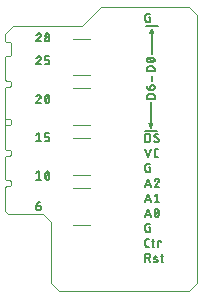
<source format=gto>
G04 EAGLE Gerber X2 export*
G75*
%MOMM*%
%FSLAX34Y34*%
%LPD*%
%AMOC8*
5,1,8,0,0,1.08239X$1,22.5*%
G01*
%ADD10C,0.000000*%
%ADD11C,0.127000*%
%ADD12C,0.150000*%
%ADD13C,0.101600*%


D10*
X0Y-36000D02*
X3000Y-39000D01*
X32500Y-39000D01*
X39000Y-45500D01*
X39000Y-97500D01*
X45500Y-104000D01*
X156000Y-104000D01*
X162500Y-97500D01*
X162500Y130000D01*
X156000Y136500D01*
X81500Y136500D01*
X65500Y120500D01*
X7000Y120500D01*
X0Y113500D01*
X0Y107500D01*
X0Y94000D02*
X0Y75000D01*
X1000Y74000D01*
X4000Y74000D01*
X5000Y73000D01*
X5000Y70000D02*
X4000Y69000D01*
X1000Y69000D01*
X0Y68000D01*
X5000Y70000D02*
X5000Y73000D01*
X0Y68000D02*
X0Y42500D01*
X1000Y41500D01*
X4000Y41500D01*
X5000Y40500D01*
X5000Y37500D02*
X4000Y36500D01*
X1000Y36500D01*
X0Y35500D01*
X5000Y37500D02*
X5000Y40500D01*
X0Y42000D02*
X0Y35500D01*
X0Y16500D02*
X1000Y15500D01*
X4000Y15500D01*
X5000Y14500D01*
X5000Y11500D02*
X4000Y10500D01*
X1000Y10500D01*
X0Y9500D01*
X5000Y11500D02*
X5000Y14500D01*
X0Y-16500D02*
X0Y-36000D01*
X0Y-9500D02*
X0Y9500D01*
X0Y16500D02*
X0Y35500D01*
X0Y-9500D02*
X1000Y-10500D01*
X4000Y-10500D02*
X5000Y-11500D01*
X4000Y-10500D02*
X1000Y-10500D01*
X5000Y-11500D02*
X5000Y-14500D01*
X4000Y-15500D01*
X1000Y-15500D01*
X0Y-16500D01*
X1000Y106500D02*
X0Y107500D01*
X1000Y106500D02*
X4000Y106500D01*
X5000Y105500D01*
X5000Y96000D01*
X4000Y95000D01*
X1000Y95000D01*
X0Y94000D01*
D11*
X121782Y127635D02*
X122925Y127635D01*
X122925Y123825D01*
X120639Y123825D01*
X120562Y123827D01*
X120485Y123833D01*
X120408Y123843D01*
X120332Y123856D01*
X120257Y123874D01*
X120183Y123895D01*
X120110Y123920D01*
X120038Y123949D01*
X119968Y123981D01*
X119899Y124016D01*
X119833Y124056D01*
X119768Y124098D01*
X119706Y124144D01*
X119646Y124193D01*
X119589Y124244D01*
X119534Y124299D01*
X119483Y124356D01*
X119434Y124416D01*
X119388Y124478D01*
X119346Y124543D01*
X119306Y124609D01*
X119271Y124678D01*
X119239Y124748D01*
X119210Y124820D01*
X119185Y124893D01*
X119164Y124967D01*
X119146Y125042D01*
X119133Y125118D01*
X119123Y125195D01*
X119117Y125272D01*
X119115Y125349D01*
X119115Y129159D01*
X119117Y129236D01*
X119123Y129313D01*
X119133Y129390D01*
X119146Y129466D01*
X119164Y129541D01*
X119185Y129615D01*
X119210Y129688D01*
X119239Y129760D01*
X119271Y129830D01*
X119306Y129899D01*
X119346Y129965D01*
X119388Y130030D01*
X119434Y130092D01*
X119483Y130152D01*
X119534Y130209D01*
X119589Y130264D01*
X119646Y130315D01*
X119706Y130364D01*
X119768Y130410D01*
X119833Y130452D01*
X119899Y130492D01*
X119968Y130527D01*
X120038Y130559D01*
X120110Y130588D01*
X120183Y130613D01*
X120257Y130634D01*
X120332Y130652D01*
X120408Y130665D01*
X120485Y130675D01*
X120562Y130681D01*
X120639Y130683D01*
X122925Y130683D01*
X122925Y635D02*
X121782Y635D01*
X122925Y635D02*
X122925Y-3175D01*
X120639Y-3175D01*
X120562Y-3173D01*
X120485Y-3167D01*
X120408Y-3157D01*
X120332Y-3144D01*
X120257Y-3126D01*
X120183Y-3105D01*
X120110Y-3080D01*
X120038Y-3051D01*
X119968Y-3019D01*
X119899Y-2984D01*
X119833Y-2944D01*
X119768Y-2902D01*
X119706Y-2856D01*
X119646Y-2807D01*
X119589Y-2756D01*
X119534Y-2701D01*
X119483Y-2644D01*
X119434Y-2584D01*
X119388Y-2522D01*
X119346Y-2457D01*
X119306Y-2391D01*
X119271Y-2322D01*
X119239Y-2252D01*
X119210Y-2180D01*
X119185Y-2107D01*
X119164Y-2033D01*
X119146Y-1958D01*
X119133Y-1882D01*
X119123Y-1805D01*
X119117Y-1728D01*
X119115Y-1651D01*
X119115Y2159D01*
X119117Y2236D01*
X119123Y2313D01*
X119133Y2390D01*
X119146Y2466D01*
X119164Y2541D01*
X119185Y2615D01*
X119210Y2688D01*
X119239Y2760D01*
X119271Y2830D01*
X119306Y2899D01*
X119346Y2965D01*
X119388Y3030D01*
X119434Y3092D01*
X119483Y3152D01*
X119534Y3209D01*
X119589Y3264D01*
X119646Y3315D01*
X119706Y3364D01*
X119768Y3410D01*
X119833Y3452D01*
X119899Y3492D01*
X119968Y3527D01*
X120038Y3559D01*
X120110Y3588D01*
X120183Y3613D01*
X120257Y3634D01*
X120332Y3652D01*
X120408Y3665D01*
X120485Y3675D01*
X120562Y3681D01*
X120639Y3683D01*
X122925Y3683D01*
X122925Y-50165D02*
X121782Y-50165D01*
X122925Y-50165D02*
X122925Y-53975D01*
X120639Y-53975D01*
X120562Y-53973D01*
X120485Y-53967D01*
X120408Y-53957D01*
X120332Y-53944D01*
X120257Y-53926D01*
X120183Y-53905D01*
X120110Y-53880D01*
X120038Y-53851D01*
X119968Y-53819D01*
X119899Y-53784D01*
X119833Y-53744D01*
X119768Y-53702D01*
X119706Y-53656D01*
X119646Y-53607D01*
X119589Y-53556D01*
X119534Y-53501D01*
X119483Y-53444D01*
X119434Y-53384D01*
X119388Y-53322D01*
X119346Y-53257D01*
X119306Y-53191D01*
X119271Y-53122D01*
X119239Y-53052D01*
X119210Y-52980D01*
X119185Y-52907D01*
X119164Y-52833D01*
X119146Y-52758D01*
X119133Y-52682D01*
X119123Y-52605D01*
X119117Y-52528D01*
X119115Y-52451D01*
X119115Y-48641D01*
X119117Y-48564D01*
X119123Y-48487D01*
X119133Y-48410D01*
X119146Y-48334D01*
X119164Y-48259D01*
X119185Y-48185D01*
X119210Y-48112D01*
X119239Y-48040D01*
X119271Y-47970D01*
X119306Y-47901D01*
X119346Y-47835D01*
X119388Y-47770D01*
X119434Y-47708D01*
X119483Y-47648D01*
X119534Y-47591D01*
X119589Y-47536D01*
X119646Y-47485D01*
X119706Y-47436D01*
X119768Y-47390D01*
X119833Y-47348D01*
X119899Y-47308D01*
X119968Y-47273D01*
X120038Y-47241D01*
X120110Y-47212D01*
X120183Y-47187D01*
X120257Y-47166D01*
X120332Y-47148D01*
X120408Y-47135D01*
X120485Y-47125D01*
X120562Y-47119D01*
X120639Y-47117D01*
X122925Y-47117D01*
X120131Y58811D02*
X126989Y58811D01*
X120131Y58811D02*
X120131Y60716D01*
X120133Y60801D01*
X120139Y60887D01*
X120148Y60972D01*
X120162Y61056D01*
X120179Y61140D01*
X120200Y61223D01*
X120224Y61305D01*
X120252Y61385D01*
X120284Y61465D01*
X120320Y61543D01*
X120358Y61619D01*
X120401Y61693D01*
X120446Y61765D01*
X120495Y61836D01*
X120547Y61904D01*
X120601Y61969D01*
X120659Y62032D01*
X120720Y62093D01*
X120783Y62151D01*
X120848Y62205D01*
X120916Y62257D01*
X120987Y62306D01*
X121059Y62351D01*
X121133Y62394D01*
X121209Y62432D01*
X121287Y62468D01*
X121367Y62500D01*
X121447Y62528D01*
X121529Y62552D01*
X121612Y62573D01*
X121696Y62590D01*
X121780Y62604D01*
X121865Y62613D01*
X121951Y62619D01*
X122036Y62621D01*
X125084Y62621D01*
X125169Y62619D01*
X125255Y62613D01*
X125340Y62604D01*
X125424Y62590D01*
X125508Y62573D01*
X125591Y62552D01*
X125673Y62528D01*
X125753Y62500D01*
X125833Y62468D01*
X125911Y62432D01*
X125987Y62394D01*
X126061Y62351D01*
X126133Y62306D01*
X126204Y62257D01*
X126272Y62205D01*
X126337Y62151D01*
X126400Y62093D01*
X126461Y62032D01*
X126519Y61969D01*
X126573Y61904D01*
X126625Y61836D01*
X126674Y61765D01*
X126719Y61693D01*
X126762Y61619D01*
X126800Y61543D01*
X126836Y61465D01*
X126868Y61385D01*
X126896Y61305D01*
X126920Y61223D01*
X126941Y61140D01*
X126958Y61056D01*
X126972Y60972D01*
X126981Y60887D01*
X126987Y60801D01*
X126989Y60716D01*
X126989Y58811D01*
X123179Y66370D02*
X123179Y68656D01*
X123181Y68733D01*
X123187Y68810D01*
X123197Y68887D01*
X123210Y68963D01*
X123228Y69038D01*
X123249Y69112D01*
X123274Y69185D01*
X123303Y69257D01*
X123335Y69327D01*
X123370Y69396D01*
X123410Y69462D01*
X123452Y69527D01*
X123498Y69589D01*
X123547Y69649D01*
X123598Y69706D01*
X123653Y69761D01*
X123710Y69812D01*
X123770Y69861D01*
X123832Y69907D01*
X123897Y69949D01*
X123963Y69989D01*
X124032Y70024D01*
X124102Y70056D01*
X124174Y70085D01*
X124247Y70110D01*
X124321Y70131D01*
X124396Y70149D01*
X124472Y70162D01*
X124549Y70172D01*
X124626Y70178D01*
X124703Y70180D01*
X125084Y70180D01*
X125169Y70178D01*
X125255Y70172D01*
X125340Y70163D01*
X125424Y70149D01*
X125508Y70132D01*
X125591Y70111D01*
X125673Y70087D01*
X125753Y70059D01*
X125833Y70027D01*
X125911Y69991D01*
X125987Y69953D01*
X126061Y69910D01*
X126133Y69865D01*
X126204Y69816D01*
X126272Y69764D01*
X126337Y69710D01*
X126400Y69652D01*
X126461Y69591D01*
X126519Y69528D01*
X126573Y69463D01*
X126625Y69395D01*
X126674Y69324D01*
X126719Y69252D01*
X126762Y69178D01*
X126800Y69102D01*
X126836Y69024D01*
X126868Y68944D01*
X126896Y68864D01*
X126920Y68782D01*
X126941Y68699D01*
X126958Y68615D01*
X126972Y68531D01*
X126981Y68446D01*
X126987Y68360D01*
X126989Y68275D01*
X126987Y68190D01*
X126981Y68104D01*
X126972Y68019D01*
X126958Y67935D01*
X126941Y67851D01*
X126920Y67768D01*
X126896Y67686D01*
X126868Y67606D01*
X126836Y67526D01*
X126800Y67448D01*
X126762Y67372D01*
X126719Y67298D01*
X126674Y67226D01*
X126625Y67155D01*
X126573Y67087D01*
X126519Y67022D01*
X126461Y66959D01*
X126400Y66898D01*
X126337Y66840D01*
X126272Y66786D01*
X126204Y66734D01*
X126133Y66685D01*
X126061Y66640D01*
X125987Y66597D01*
X125911Y66559D01*
X125833Y66523D01*
X125753Y66491D01*
X125673Y66463D01*
X125591Y66439D01*
X125508Y66418D01*
X125424Y66401D01*
X125340Y66387D01*
X125255Y66378D01*
X125169Y66372D01*
X125084Y66370D01*
X123179Y66370D01*
X123070Y66372D01*
X122962Y66378D01*
X122853Y66387D01*
X122745Y66401D01*
X122638Y66418D01*
X122531Y66440D01*
X122425Y66465D01*
X122320Y66493D01*
X122216Y66526D01*
X122114Y66562D01*
X122013Y66602D01*
X121913Y66645D01*
X121815Y66692D01*
X121718Y66743D01*
X121624Y66797D01*
X121531Y66854D01*
X121441Y66914D01*
X121352Y66978D01*
X121266Y67045D01*
X121183Y67114D01*
X121102Y67187D01*
X121024Y67263D01*
X120948Y67341D01*
X120875Y67422D01*
X120806Y67505D01*
X120739Y67591D01*
X120675Y67680D01*
X120615Y67770D01*
X120558Y67863D01*
X120504Y67957D01*
X120453Y68054D01*
X120406Y68152D01*
X120363Y68252D01*
X120323Y68353D01*
X120287Y68455D01*
X120254Y68559D01*
X120226Y68664D01*
X120201Y68770D01*
X120179Y68877D01*
X120162Y68984D01*
X120148Y69092D01*
X120139Y69201D01*
X120133Y69309D01*
X120131Y69418D01*
X124322Y73792D02*
X124322Y78364D01*
X126989Y82220D02*
X120131Y82220D01*
X120131Y84125D01*
X120133Y84210D01*
X120139Y84296D01*
X120148Y84381D01*
X120162Y84465D01*
X120179Y84549D01*
X120200Y84632D01*
X120224Y84714D01*
X120252Y84794D01*
X120284Y84874D01*
X120320Y84952D01*
X120358Y85028D01*
X120401Y85102D01*
X120446Y85174D01*
X120495Y85245D01*
X120547Y85313D01*
X120601Y85378D01*
X120659Y85441D01*
X120720Y85502D01*
X120783Y85560D01*
X120848Y85614D01*
X120916Y85666D01*
X120987Y85715D01*
X121059Y85760D01*
X121133Y85803D01*
X121209Y85841D01*
X121287Y85877D01*
X121367Y85909D01*
X121447Y85937D01*
X121529Y85961D01*
X121612Y85982D01*
X121696Y85999D01*
X121780Y86013D01*
X121865Y86022D01*
X121951Y86028D01*
X122036Y86030D01*
X125084Y86030D01*
X125169Y86028D01*
X125255Y86022D01*
X125340Y86013D01*
X125424Y85999D01*
X125508Y85982D01*
X125591Y85961D01*
X125673Y85937D01*
X125753Y85909D01*
X125833Y85877D01*
X125911Y85841D01*
X125987Y85803D01*
X126061Y85760D01*
X126133Y85715D01*
X126204Y85666D01*
X126272Y85614D01*
X126337Y85560D01*
X126400Y85502D01*
X126461Y85441D01*
X126519Y85378D01*
X126573Y85313D01*
X126625Y85245D01*
X126674Y85174D01*
X126719Y85102D01*
X126762Y85028D01*
X126800Y84952D01*
X126836Y84874D01*
X126868Y84794D01*
X126896Y84714D01*
X126920Y84632D01*
X126941Y84549D01*
X126958Y84465D01*
X126972Y84381D01*
X126981Y84296D01*
X126987Y84210D01*
X126989Y84125D01*
X126989Y82220D01*
X123560Y89778D02*
X123418Y89780D01*
X123275Y89785D01*
X123133Y89794D01*
X122991Y89807D01*
X122850Y89823D01*
X122709Y89842D01*
X122568Y89866D01*
X122428Y89892D01*
X122289Y89923D01*
X122151Y89957D01*
X122013Y89994D01*
X121877Y90034D01*
X121741Y90079D01*
X121607Y90126D01*
X121474Y90177D01*
X121342Y90231D01*
X121212Y90289D01*
X121083Y90350D01*
X121084Y90350D02*
X121015Y90376D01*
X120949Y90405D01*
X120883Y90437D01*
X120820Y90472D01*
X120758Y90511D01*
X120698Y90553D01*
X120641Y90598D01*
X120586Y90646D01*
X120534Y90697D01*
X120484Y90750D01*
X120438Y90806D01*
X120394Y90864D01*
X120353Y90925D01*
X120315Y90987D01*
X120281Y91051D01*
X120250Y91117D01*
X120222Y91185D01*
X120198Y91254D01*
X120178Y91324D01*
X120161Y91395D01*
X120148Y91466D01*
X120139Y91538D01*
X120133Y91611D01*
X120131Y91684D01*
X120133Y91757D01*
X120139Y91830D01*
X120148Y91902D01*
X120161Y91973D01*
X120178Y92044D01*
X120198Y92114D01*
X120222Y92183D01*
X120250Y92251D01*
X120281Y92317D01*
X120315Y92381D01*
X120353Y92443D01*
X120394Y92504D01*
X120438Y92562D01*
X120484Y92618D01*
X120534Y92671D01*
X120586Y92722D01*
X120641Y92770D01*
X120698Y92815D01*
X120758Y92857D01*
X120820Y92896D01*
X120883Y92931D01*
X120949Y92963D01*
X121015Y92992D01*
X121084Y93018D01*
X121083Y93017D02*
X121212Y93078D01*
X121342Y93136D01*
X121474Y93190D01*
X121607Y93241D01*
X121741Y93288D01*
X121877Y93333D01*
X122013Y93373D01*
X122151Y93410D01*
X122289Y93444D01*
X122428Y93475D01*
X122568Y93501D01*
X122709Y93525D01*
X122850Y93544D01*
X122991Y93560D01*
X123133Y93573D01*
X123275Y93582D01*
X123418Y93587D01*
X123560Y93589D01*
X123560Y89778D02*
X123702Y89780D01*
X123845Y89785D01*
X123987Y89794D01*
X124129Y89807D01*
X124270Y89823D01*
X124411Y89842D01*
X124552Y89866D01*
X124692Y89892D01*
X124831Y89923D01*
X124969Y89957D01*
X125107Y89994D01*
X125243Y90034D01*
X125379Y90079D01*
X125513Y90126D01*
X125646Y90177D01*
X125778Y90231D01*
X125908Y90289D01*
X126037Y90350D01*
X126036Y90350D02*
X126105Y90376D01*
X126171Y90405D01*
X126237Y90437D01*
X126300Y90472D01*
X126362Y90511D01*
X126422Y90553D01*
X126479Y90598D01*
X126534Y90646D01*
X126586Y90697D01*
X126636Y90750D01*
X126682Y90806D01*
X126726Y90864D01*
X126767Y90925D01*
X126805Y90987D01*
X126839Y91051D01*
X126870Y91117D01*
X126898Y91185D01*
X126922Y91254D01*
X126942Y91324D01*
X126959Y91395D01*
X126972Y91466D01*
X126981Y91538D01*
X126987Y91611D01*
X126989Y91684D01*
X126037Y93017D02*
X125908Y93078D01*
X125778Y93136D01*
X125646Y93190D01*
X125513Y93241D01*
X125379Y93288D01*
X125243Y93333D01*
X125107Y93373D01*
X124969Y93410D01*
X124831Y93444D01*
X124692Y93475D01*
X124552Y93501D01*
X124411Y93525D01*
X124270Y93544D01*
X124129Y93560D01*
X123987Y93573D01*
X123845Y93582D01*
X123702Y93587D01*
X123560Y93589D01*
X126036Y93018D02*
X126105Y92992D01*
X126171Y92963D01*
X126237Y92931D01*
X126300Y92896D01*
X126362Y92857D01*
X126422Y92815D01*
X126479Y92770D01*
X126534Y92722D01*
X126586Y92671D01*
X126636Y92618D01*
X126682Y92562D01*
X126726Y92504D01*
X126767Y92443D01*
X126805Y92381D01*
X126839Y92317D01*
X126870Y92251D01*
X126898Y92183D01*
X126922Y92114D01*
X126942Y92044D01*
X126959Y91973D01*
X126972Y91902D01*
X126981Y91830D01*
X126987Y91757D01*
X126989Y91684D01*
X125465Y90160D02*
X121655Y93208D01*
X119115Y29083D02*
X119115Y22225D01*
X119115Y29083D02*
X121020Y29083D01*
X121105Y29081D01*
X121191Y29075D01*
X121276Y29066D01*
X121360Y29052D01*
X121444Y29035D01*
X121527Y29014D01*
X121609Y28990D01*
X121689Y28962D01*
X121769Y28930D01*
X121847Y28894D01*
X121923Y28856D01*
X121997Y28813D01*
X122069Y28768D01*
X122140Y28719D01*
X122208Y28667D01*
X122273Y28613D01*
X122336Y28555D01*
X122397Y28494D01*
X122455Y28431D01*
X122509Y28366D01*
X122561Y28298D01*
X122610Y28227D01*
X122655Y28155D01*
X122698Y28081D01*
X122736Y28005D01*
X122772Y27927D01*
X122804Y27847D01*
X122832Y27767D01*
X122856Y27685D01*
X122877Y27602D01*
X122894Y27518D01*
X122908Y27434D01*
X122917Y27349D01*
X122923Y27263D01*
X122925Y27178D01*
X122925Y24130D01*
X122923Y24045D01*
X122917Y23959D01*
X122908Y23874D01*
X122894Y23790D01*
X122877Y23706D01*
X122856Y23623D01*
X122832Y23541D01*
X122804Y23461D01*
X122772Y23381D01*
X122736Y23303D01*
X122698Y23227D01*
X122655Y23153D01*
X122610Y23081D01*
X122561Y23010D01*
X122509Y22942D01*
X122455Y22877D01*
X122397Y22814D01*
X122336Y22753D01*
X122273Y22695D01*
X122208Y22641D01*
X122140Y22589D01*
X122069Y22540D01*
X121997Y22495D01*
X121923Y22452D01*
X121847Y22414D01*
X121769Y22378D01*
X121689Y22346D01*
X121609Y22318D01*
X121527Y22294D01*
X121444Y22273D01*
X121360Y22256D01*
X121276Y22242D01*
X121191Y22233D01*
X121105Y22227D01*
X121020Y22225D01*
X119115Y22225D01*
X128716Y22225D02*
X128793Y22227D01*
X128870Y22233D01*
X128947Y22243D01*
X129023Y22256D01*
X129098Y22274D01*
X129172Y22295D01*
X129245Y22320D01*
X129317Y22349D01*
X129387Y22381D01*
X129456Y22416D01*
X129522Y22456D01*
X129587Y22498D01*
X129649Y22544D01*
X129709Y22593D01*
X129766Y22644D01*
X129821Y22699D01*
X129872Y22756D01*
X129921Y22816D01*
X129967Y22878D01*
X130009Y22943D01*
X130049Y23009D01*
X130084Y23078D01*
X130116Y23148D01*
X130145Y23220D01*
X130170Y23293D01*
X130191Y23367D01*
X130209Y23442D01*
X130222Y23518D01*
X130232Y23595D01*
X130238Y23672D01*
X130240Y23749D01*
X128716Y22225D02*
X128606Y22227D01*
X128495Y22233D01*
X128385Y22242D01*
X128275Y22255D01*
X128166Y22272D01*
X128058Y22293D01*
X127950Y22317D01*
X127843Y22346D01*
X127737Y22377D01*
X127633Y22413D01*
X127529Y22452D01*
X127427Y22494D01*
X127327Y22540D01*
X127228Y22590D01*
X127131Y22642D01*
X127035Y22699D01*
X126942Y22758D01*
X126851Y22820D01*
X126762Y22886D01*
X126675Y22954D01*
X126591Y23026D01*
X126509Y23100D01*
X126430Y23177D01*
X126621Y27559D02*
X126623Y27636D01*
X126629Y27713D01*
X126639Y27790D01*
X126652Y27866D01*
X126670Y27941D01*
X126691Y28015D01*
X126716Y28088D01*
X126745Y28160D01*
X126777Y28230D01*
X126812Y28299D01*
X126852Y28365D01*
X126894Y28430D01*
X126940Y28492D01*
X126989Y28552D01*
X127040Y28609D01*
X127095Y28664D01*
X127152Y28715D01*
X127212Y28764D01*
X127274Y28810D01*
X127339Y28852D01*
X127405Y28892D01*
X127474Y28927D01*
X127544Y28959D01*
X127616Y28988D01*
X127689Y29013D01*
X127763Y29034D01*
X127838Y29052D01*
X127914Y29065D01*
X127991Y29075D01*
X128068Y29081D01*
X128145Y29083D01*
X128145Y29084D02*
X128247Y29082D01*
X128349Y29077D01*
X128451Y29068D01*
X128552Y29055D01*
X128653Y29038D01*
X128753Y29019D01*
X128853Y28995D01*
X128951Y28968D01*
X129049Y28937D01*
X129145Y28903D01*
X129240Y28866D01*
X129334Y28825D01*
X129426Y28781D01*
X129516Y28733D01*
X129605Y28683D01*
X129692Y28629D01*
X129777Y28572D01*
X129860Y28512D01*
X127383Y26225D02*
X127318Y26266D01*
X127255Y26309D01*
X127195Y26356D01*
X127136Y26406D01*
X127081Y26458D01*
X127028Y26513D01*
X126977Y26571D01*
X126930Y26631D01*
X126886Y26694D01*
X126844Y26758D01*
X126806Y26824D01*
X126772Y26893D01*
X126741Y26963D01*
X126713Y27034D01*
X126689Y27106D01*
X126668Y27180D01*
X126651Y27255D01*
X126638Y27330D01*
X126629Y27406D01*
X126623Y27482D01*
X126621Y27559D01*
X129478Y25083D02*
X129543Y25042D01*
X129606Y24999D01*
X129666Y24952D01*
X129725Y24902D01*
X129780Y24850D01*
X129833Y24795D01*
X129884Y24737D01*
X129931Y24677D01*
X129975Y24614D01*
X130017Y24550D01*
X130055Y24484D01*
X130089Y24415D01*
X130120Y24345D01*
X130148Y24274D01*
X130172Y24202D01*
X130193Y24128D01*
X130210Y24053D01*
X130223Y23978D01*
X130232Y23902D01*
X130238Y23826D01*
X130240Y23749D01*
X129478Y25083D02*
X127383Y26226D01*
X119115Y16383D02*
X121401Y9525D01*
X123687Y16383D01*
X128304Y9525D02*
X129828Y9525D01*
X128304Y9525D02*
X128227Y9527D01*
X128150Y9533D01*
X128073Y9543D01*
X127997Y9556D01*
X127922Y9574D01*
X127848Y9595D01*
X127775Y9620D01*
X127703Y9649D01*
X127633Y9681D01*
X127564Y9716D01*
X127498Y9756D01*
X127433Y9798D01*
X127371Y9844D01*
X127311Y9893D01*
X127254Y9944D01*
X127199Y9999D01*
X127148Y10056D01*
X127099Y10116D01*
X127053Y10178D01*
X127011Y10243D01*
X126971Y10309D01*
X126936Y10378D01*
X126904Y10448D01*
X126875Y10520D01*
X126850Y10593D01*
X126829Y10667D01*
X126811Y10742D01*
X126798Y10818D01*
X126788Y10895D01*
X126782Y10972D01*
X126780Y11049D01*
X126780Y14859D01*
X126782Y14936D01*
X126788Y15013D01*
X126798Y15090D01*
X126811Y15166D01*
X126829Y15241D01*
X126850Y15315D01*
X126875Y15388D01*
X126904Y15460D01*
X126936Y15530D01*
X126971Y15599D01*
X127011Y15665D01*
X127053Y15730D01*
X127099Y15792D01*
X127148Y15852D01*
X127199Y15909D01*
X127254Y15964D01*
X127311Y16015D01*
X127371Y16064D01*
X127433Y16110D01*
X127498Y16152D01*
X127564Y16192D01*
X127633Y16227D01*
X127703Y16259D01*
X127775Y16288D01*
X127848Y16313D01*
X127922Y16334D01*
X127997Y16352D01*
X128073Y16365D01*
X128150Y16375D01*
X128227Y16381D01*
X128304Y16383D01*
X129828Y16383D01*
X121401Y-9017D02*
X119115Y-15875D01*
X123687Y-15875D02*
X121401Y-9017D01*
X123116Y-14161D02*
X119687Y-14161D01*
X128907Y-9017D02*
X128989Y-9019D01*
X129070Y-9025D01*
X129151Y-9034D01*
X129232Y-9048D01*
X129311Y-9065D01*
X129390Y-9086D01*
X129468Y-9111D01*
X129544Y-9140D01*
X129619Y-9172D01*
X129693Y-9208D01*
X129765Y-9247D01*
X129834Y-9289D01*
X129902Y-9335D01*
X129967Y-9384D01*
X130030Y-9436D01*
X130090Y-9491D01*
X130148Y-9549D01*
X130203Y-9609D01*
X130255Y-9672D01*
X130304Y-9737D01*
X130350Y-9805D01*
X130392Y-9875D01*
X130431Y-9946D01*
X130467Y-10020D01*
X130499Y-10095D01*
X130528Y-10171D01*
X130553Y-10249D01*
X130574Y-10328D01*
X130591Y-10407D01*
X130605Y-10488D01*
X130614Y-10569D01*
X130620Y-10650D01*
X130622Y-10732D01*
X128907Y-9017D02*
X128815Y-9019D01*
X128723Y-9025D01*
X128631Y-9034D01*
X128539Y-9048D01*
X128449Y-9065D01*
X128359Y-9086D01*
X128270Y-9111D01*
X128182Y-9140D01*
X128095Y-9172D01*
X128010Y-9208D01*
X127927Y-9247D01*
X127845Y-9290D01*
X127765Y-9336D01*
X127687Y-9386D01*
X127611Y-9438D01*
X127538Y-9494D01*
X127467Y-9553D01*
X127398Y-9615D01*
X127332Y-9680D01*
X127269Y-9747D01*
X127209Y-9817D01*
X127151Y-9889D01*
X127097Y-9964D01*
X127046Y-10041D01*
X126998Y-10120D01*
X126954Y-10201D01*
X126913Y-10284D01*
X126875Y-10368D01*
X126841Y-10454D01*
X126811Y-10541D01*
X130050Y-12066D02*
X130109Y-12007D01*
X130165Y-11946D01*
X130218Y-11883D01*
X130269Y-11817D01*
X130316Y-11749D01*
X130360Y-11679D01*
X130401Y-11607D01*
X130439Y-11533D01*
X130473Y-11458D01*
X130504Y-11381D01*
X130531Y-11303D01*
X130555Y-11223D01*
X130576Y-11143D01*
X130592Y-11062D01*
X130605Y-10980D01*
X130615Y-10898D01*
X130620Y-10815D01*
X130622Y-10732D01*
X130050Y-12065D02*
X126811Y-15875D01*
X130621Y-15875D01*
X121401Y-21717D02*
X119115Y-28575D01*
X123687Y-28575D02*
X121401Y-21717D01*
X123116Y-26861D02*
X119687Y-26861D01*
X126811Y-23241D02*
X128716Y-21717D01*
X128716Y-28575D01*
X126811Y-28575D02*
X130621Y-28575D01*
X121401Y-34417D02*
X119115Y-41275D01*
X123687Y-41275D02*
X121401Y-34417D01*
X123116Y-39561D02*
X119687Y-39561D01*
X126811Y-37846D02*
X126813Y-37704D01*
X126818Y-37561D01*
X126827Y-37419D01*
X126840Y-37277D01*
X126856Y-37136D01*
X126875Y-36995D01*
X126899Y-36854D01*
X126925Y-36714D01*
X126956Y-36575D01*
X126990Y-36437D01*
X127027Y-36299D01*
X127067Y-36163D01*
X127112Y-36027D01*
X127159Y-35893D01*
X127210Y-35760D01*
X127264Y-35628D01*
X127322Y-35498D01*
X127383Y-35369D01*
X127382Y-35370D02*
X127408Y-35301D01*
X127437Y-35235D01*
X127469Y-35169D01*
X127504Y-35106D01*
X127543Y-35044D01*
X127585Y-34984D01*
X127630Y-34927D01*
X127678Y-34872D01*
X127729Y-34820D01*
X127782Y-34770D01*
X127838Y-34724D01*
X127896Y-34680D01*
X127957Y-34639D01*
X128019Y-34601D01*
X128083Y-34567D01*
X128149Y-34536D01*
X128217Y-34508D01*
X128286Y-34484D01*
X128356Y-34464D01*
X128427Y-34447D01*
X128498Y-34434D01*
X128570Y-34425D01*
X128643Y-34419D01*
X128716Y-34417D01*
X128789Y-34419D01*
X128862Y-34425D01*
X128934Y-34434D01*
X129005Y-34447D01*
X129076Y-34464D01*
X129146Y-34484D01*
X129215Y-34508D01*
X129283Y-34536D01*
X129349Y-34567D01*
X129413Y-34601D01*
X129475Y-34639D01*
X129536Y-34680D01*
X129594Y-34724D01*
X129650Y-34770D01*
X129703Y-34820D01*
X129754Y-34872D01*
X129802Y-34927D01*
X129847Y-34984D01*
X129889Y-35044D01*
X129928Y-35106D01*
X129963Y-35169D01*
X129995Y-35235D01*
X130024Y-35301D01*
X130050Y-35370D01*
X130050Y-35369D02*
X130111Y-35498D01*
X130169Y-35628D01*
X130223Y-35760D01*
X130274Y-35893D01*
X130321Y-36027D01*
X130366Y-36163D01*
X130406Y-36299D01*
X130443Y-36437D01*
X130477Y-36575D01*
X130508Y-36714D01*
X130534Y-36854D01*
X130558Y-36995D01*
X130577Y-37136D01*
X130593Y-37277D01*
X130606Y-37419D01*
X130615Y-37561D01*
X130620Y-37704D01*
X130622Y-37846D01*
X126811Y-37846D02*
X126813Y-37988D01*
X126818Y-38131D01*
X126827Y-38273D01*
X126840Y-38415D01*
X126856Y-38556D01*
X126875Y-38697D01*
X126899Y-38838D01*
X126925Y-38978D01*
X126956Y-39117D01*
X126990Y-39255D01*
X127027Y-39393D01*
X127067Y-39529D01*
X127112Y-39665D01*
X127159Y-39799D01*
X127210Y-39932D01*
X127264Y-40064D01*
X127322Y-40194D01*
X127383Y-40323D01*
X127382Y-40322D02*
X127408Y-40391D01*
X127437Y-40457D01*
X127469Y-40523D01*
X127504Y-40586D01*
X127543Y-40648D01*
X127585Y-40708D01*
X127630Y-40765D01*
X127678Y-40820D01*
X127729Y-40872D01*
X127782Y-40922D01*
X127838Y-40968D01*
X127896Y-41012D01*
X127957Y-41053D01*
X128019Y-41091D01*
X128083Y-41125D01*
X128149Y-41156D01*
X128217Y-41184D01*
X128286Y-41208D01*
X128356Y-41228D01*
X128427Y-41245D01*
X128498Y-41258D01*
X128570Y-41267D01*
X128643Y-41273D01*
X128716Y-41275D01*
X130050Y-40323D02*
X130111Y-40194D01*
X130169Y-40064D01*
X130223Y-39932D01*
X130274Y-39799D01*
X130321Y-39665D01*
X130366Y-39529D01*
X130406Y-39393D01*
X130443Y-39255D01*
X130477Y-39117D01*
X130508Y-38978D01*
X130534Y-38838D01*
X130558Y-38697D01*
X130577Y-38556D01*
X130593Y-38415D01*
X130606Y-38273D01*
X130615Y-38131D01*
X130620Y-37988D01*
X130622Y-37846D01*
X130050Y-40322D02*
X130024Y-40391D01*
X129995Y-40457D01*
X129963Y-40523D01*
X129928Y-40586D01*
X129889Y-40648D01*
X129847Y-40708D01*
X129802Y-40765D01*
X129754Y-40820D01*
X129703Y-40872D01*
X129650Y-40922D01*
X129594Y-40968D01*
X129536Y-41012D01*
X129475Y-41053D01*
X129413Y-41091D01*
X129349Y-41125D01*
X129283Y-41156D01*
X129215Y-41184D01*
X129146Y-41208D01*
X129076Y-41228D01*
X129005Y-41245D01*
X128934Y-41258D01*
X128862Y-41267D01*
X128789Y-41273D01*
X128716Y-41275D01*
X127192Y-39751D02*
X130240Y-35941D01*
X122163Y-66675D02*
X120639Y-66675D01*
X120562Y-66673D01*
X120485Y-66667D01*
X120408Y-66657D01*
X120332Y-66644D01*
X120257Y-66626D01*
X120183Y-66605D01*
X120110Y-66580D01*
X120038Y-66551D01*
X119968Y-66519D01*
X119899Y-66484D01*
X119833Y-66444D01*
X119768Y-66402D01*
X119706Y-66356D01*
X119646Y-66307D01*
X119589Y-66256D01*
X119534Y-66201D01*
X119483Y-66144D01*
X119434Y-66084D01*
X119388Y-66022D01*
X119346Y-65957D01*
X119306Y-65891D01*
X119271Y-65822D01*
X119239Y-65752D01*
X119210Y-65680D01*
X119185Y-65607D01*
X119164Y-65533D01*
X119146Y-65458D01*
X119133Y-65382D01*
X119123Y-65305D01*
X119117Y-65228D01*
X119115Y-65151D01*
X119115Y-61341D01*
X119117Y-61264D01*
X119123Y-61187D01*
X119133Y-61110D01*
X119146Y-61034D01*
X119164Y-60959D01*
X119185Y-60885D01*
X119210Y-60812D01*
X119239Y-60740D01*
X119271Y-60670D01*
X119306Y-60601D01*
X119346Y-60535D01*
X119388Y-60470D01*
X119434Y-60408D01*
X119483Y-60348D01*
X119534Y-60291D01*
X119589Y-60236D01*
X119646Y-60185D01*
X119706Y-60136D01*
X119768Y-60090D01*
X119833Y-60048D01*
X119899Y-60008D01*
X119968Y-59973D01*
X120038Y-59941D01*
X120110Y-59912D01*
X120183Y-59887D01*
X120257Y-59866D01*
X120332Y-59848D01*
X120408Y-59835D01*
X120485Y-59825D01*
X120562Y-59819D01*
X120639Y-59817D01*
X122163Y-59817D01*
X124454Y-62103D02*
X126740Y-62103D01*
X125216Y-59817D02*
X125216Y-65532D01*
X125218Y-65598D01*
X125224Y-65665D01*
X125233Y-65730D01*
X125247Y-65796D01*
X125264Y-65860D01*
X125285Y-65923D01*
X125309Y-65985D01*
X125338Y-66045D01*
X125369Y-66104D01*
X125404Y-66160D01*
X125442Y-66215D01*
X125483Y-66267D01*
X125528Y-66316D01*
X125575Y-66363D01*
X125624Y-66408D01*
X125676Y-66449D01*
X125731Y-66487D01*
X125788Y-66522D01*
X125846Y-66553D01*
X125906Y-66582D01*
X125968Y-66606D01*
X126031Y-66627D01*
X126095Y-66644D01*
X126161Y-66658D01*
X126226Y-66667D01*
X126293Y-66673D01*
X126359Y-66675D01*
X126740Y-66675D01*
X130075Y-66675D02*
X130075Y-62103D01*
X132361Y-62103D01*
X132361Y-62865D01*
X119115Y-72517D02*
X119115Y-79375D01*
X119115Y-72517D02*
X121020Y-72517D01*
X121105Y-72519D01*
X121191Y-72525D01*
X121276Y-72534D01*
X121360Y-72548D01*
X121444Y-72565D01*
X121527Y-72586D01*
X121609Y-72610D01*
X121689Y-72638D01*
X121769Y-72670D01*
X121847Y-72706D01*
X121923Y-72744D01*
X121997Y-72787D01*
X122069Y-72832D01*
X122140Y-72881D01*
X122208Y-72933D01*
X122273Y-72987D01*
X122336Y-73045D01*
X122397Y-73106D01*
X122455Y-73169D01*
X122509Y-73234D01*
X122561Y-73302D01*
X122610Y-73373D01*
X122655Y-73445D01*
X122698Y-73519D01*
X122736Y-73595D01*
X122772Y-73673D01*
X122804Y-73753D01*
X122832Y-73833D01*
X122856Y-73915D01*
X122877Y-73998D01*
X122894Y-74082D01*
X122908Y-74166D01*
X122917Y-74251D01*
X122923Y-74337D01*
X122925Y-74422D01*
X122923Y-74507D01*
X122917Y-74593D01*
X122908Y-74678D01*
X122894Y-74762D01*
X122877Y-74846D01*
X122856Y-74929D01*
X122832Y-75011D01*
X122804Y-75091D01*
X122772Y-75171D01*
X122736Y-75249D01*
X122698Y-75325D01*
X122655Y-75399D01*
X122610Y-75471D01*
X122561Y-75542D01*
X122509Y-75610D01*
X122455Y-75675D01*
X122397Y-75738D01*
X122336Y-75799D01*
X122273Y-75857D01*
X122208Y-75911D01*
X122140Y-75963D01*
X122069Y-76012D01*
X121997Y-76057D01*
X121923Y-76100D01*
X121847Y-76138D01*
X121769Y-76174D01*
X121689Y-76206D01*
X121609Y-76234D01*
X121527Y-76258D01*
X121444Y-76279D01*
X121360Y-76296D01*
X121276Y-76310D01*
X121191Y-76319D01*
X121105Y-76325D01*
X121020Y-76327D01*
X119115Y-76327D01*
X121401Y-76327D02*
X122925Y-79375D01*
X126825Y-76708D02*
X128730Y-77470D01*
X126825Y-76708D02*
X126768Y-76683D01*
X126713Y-76655D01*
X126659Y-76623D01*
X126608Y-76588D01*
X126559Y-76549D01*
X126512Y-76508D01*
X126468Y-76464D01*
X126427Y-76417D01*
X126389Y-76367D01*
X126355Y-76315D01*
X126323Y-76262D01*
X126295Y-76206D01*
X126271Y-76149D01*
X126250Y-76090D01*
X126233Y-76030D01*
X126220Y-75969D01*
X126211Y-75907D01*
X126205Y-75845D01*
X126204Y-75783D01*
X126207Y-75721D01*
X126213Y-75659D01*
X126223Y-75597D01*
X126237Y-75537D01*
X126255Y-75477D01*
X126277Y-75418D01*
X126302Y-75362D01*
X126331Y-75306D01*
X126363Y-75253D01*
X126399Y-75202D01*
X126438Y-75153D01*
X126479Y-75107D01*
X126524Y-75063D01*
X126571Y-75022D01*
X126621Y-74985D01*
X126673Y-74950D01*
X126727Y-74919D01*
X126783Y-74892D01*
X126840Y-74868D01*
X126899Y-74847D01*
X126959Y-74831D01*
X127020Y-74818D01*
X127082Y-74809D01*
X127144Y-74804D01*
X127206Y-74803D01*
X127207Y-74803D02*
X127333Y-74807D01*
X127459Y-74814D01*
X127585Y-74825D01*
X127711Y-74840D01*
X127836Y-74858D01*
X127960Y-74880D01*
X128084Y-74906D01*
X128207Y-74935D01*
X128329Y-74968D01*
X128450Y-75004D01*
X128569Y-75044D01*
X128688Y-75088D01*
X128805Y-75134D01*
X128921Y-75184D01*
X128731Y-77470D02*
X128788Y-77495D01*
X128843Y-77523D01*
X128897Y-77555D01*
X128948Y-77590D01*
X128997Y-77629D01*
X129044Y-77670D01*
X129088Y-77714D01*
X129129Y-77761D01*
X129167Y-77811D01*
X129201Y-77863D01*
X129233Y-77916D01*
X129261Y-77972D01*
X129285Y-78029D01*
X129306Y-78088D01*
X129323Y-78148D01*
X129336Y-78209D01*
X129345Y-78271D01*
X129351Y-78333D01*
X129352Y-78395D01*
X129349Y-78457D01*
X129343Y-78519D01*
X129333Y-78581D01*
X129319Y-78641D01*
X129301Y-78701D01*
X129279Y-78760D01*
X129254Y-78816D01*
X129225Y-78872D01*
X129193Y-78925D01*
X129157Y-78976D01*
X129118Y-79025D01*
X129077Y-79071D01*
X129032Y-79115D01*
X128985Y-79156D01*
X128935Y-79193D01*
X128883Y-79228D01*
X128829Y-79259D01*
X128773Y-79286D01*
X128716Y-79310D01*
X128657Y-79331D01*
X128597Y-79347D01*
X128536Y-79360D01*
X128474Y-79369D01*
X128412Y-79374D01*
X128350Y-79375D01*
X128197Y-79371D01*
X128044Y-79364D01*
X127892Y-79353D01*
X127740Y-79338D01*
X127588Y-79319D01*
X127437Y-79297D01*
X127286Y-79272D01*
X127136Y-79243D01*
X126987Y-79210D01*
X126838Y-79174D01*
X126691Y-79134D01*
X126544Y-79091D01*
X126398Y-79044D01*
X126254Y-78994D01*
X131912Y-74803D02*
X134198Y-74803D01*
X132674Y-72517D02*
X132674Y-78232D01*
X132676Y-78298D01*
X132682Y-78365D01*
X132691Y-78430D01*
X132705Y-78496D01*
X132722Y-78560D01*
X132743Y-78623D01*
X132767Y-78685D01*
X132796Y-78745D01*
X132827Y-78804D01*
X132862Y-78860D01*
X132900Y-78915D01*
X132941Y-78967D01*
X132986Y-79016D01*
X133033Y-79063D01*
X133082Y-79108D01*
X133134Y-79149D01*
X133189Y-79187D01*
X133246Y-79222D01*
X133304Y-79253D01*
X133364Y-79282D01*
X133426Y-79306D01*
X133489Y-79327D01*
X133553Y-79344D01*
X133619Y-79358D01*
X133684Y-79367D01*
X133751Y-79373D01*
X133817Y-79375D01*
X134198Y-79375D01*
D12*
X124460Y96520D02*
X124460Y118110D01*
X123190Y114300D01*
X125730Y114300D01*
X124460Y118110D01*
X119380Y120650D02*
X129540Y120650D01*
X123500Y55740D02*
X123500Y34150D01*
X124770Y37960D01*
X122230Y37960D02*
X123500Y34150D01*
X128580Y31610D02*
X118420Y31610D01*
D11*
X28981Y-31935D02*
X26695Y-31935D01*
X28981Y-31935D02*
X29058Y-31937D01*
X29135Y-31943D01*
X29212Y-31953D01*
X29288Y-31966D01*
X29363Y-31984D01*
X29437Y-32005D01*
X29510Y-32030D01*
X29582Y-32059D01*
X29652Y-32091D01*
X29721Y-32126D01*
X29787Y-32166D01*
X29852Y-32208D01*
X29914Y-32254D01*
X29974Y-32303D01*
X30031Y-32354D01*
X30086Y-32409D01*
X30137Y-32466D01*
X30186Y-32526D01*
X30232Y-32588D01*
X30274Y-32653D01*
X30314Y-32719D01*
X30349Y-32788D01*
X30381Y-32858D01*
X30410Y-32930D01*
X30435Y-33003D01*
X30456Y-33077D01*
X30474Y-33152D01*
X30487Y-33228D01*
X30497Y-33305D01*
X30503Y-33382D01*
X30505Y-33459D01*
X30505Y-33840D01*
X30503Y-33925D01*
X30497Y-34011D01*
X30488Y-34096D01*
X30474Y-34180D01*
X30457Y-34264D01*
X30436Y-34347D01*
X30412Y-34429D01*
X30384Y-34509D01*
X30352Y-34589D01*
X30316Y-34667D01*
X30278Y-34743D01*
X30235Y-34817D01*
X30190Y-34889D01*
X30141Y-34960D01*
X30089Y-35028D01*
X30035Y-35093D01*
X29977Y-35156D01*
X29916Y-35217D01*
X29853Y-35275D01*
X29788Y-35329D01*
X29720Y-35381D01*
X29649Y-35430D01*
X29577Y-35475D01*
X29503Y-35518D01*
X29427Y-35556D01*
X29349Y-35592D01*
X29269Y-35624D01*
X29189Y-35652D01*
X29107Y-35676D01*
X29024Y-35697D01*
X28940Y-35714D01*
X28856Y-35728D01*
X28771Y-35737D01*
X28685Y-35743D01*
X28600Y-35745D01*
X28515Y-35743D01*
X28429Y-35737D01*
X28344Y-35728D01*
X28260Y-35714D01*
X28176Y-35697D01*
X28093Y-35676D01*
X28011Y-35652D01*
X27931Y-35624D01*
X27851Y-35592D01*
X27773Y-35556D01*
X27697Y-35518D01*
X27623Y-35475D01*
X27551Y-35430D01*
X27480Y-35381D01*
X27412Y-35329D01*
X27347Y-35275D01*
X27284Y-35217D01*
X27223Y-35156D01*
X27165Y-35093D01*
X27111Y-35028D01*
X27059Y-34960D01*
X27010Y-34889D01*
X26965Y-34817D01*
X26922Y-34743D01*
X26884Y-34667D01*
X26848Y-34589D01*
X26816Y-34509D01*
X26788Y-34429D01*
X26764Y-34347D01*
X26743Y-34264D01*
X26726Y-34180D01*
X26712Y-34096D01*
X26703Y-34011D01*
X26697Y-33925D01*
X26695Y-33840D01*
X26695Y-31935D01*
X26697Y-31826D01*
X26703Y-31718D01*
X26712Y-31609D01*
X26726Y-31501D01*
X26743Y-31394D01*
X26765Y-31287D01*
X26790Y-31181D01*
X26818Y-31076D01*
X26851Y-30972D01*
X26887Y-30870D01*
X26927Y-30769D01*
X26970Y-30669D01*
X27017Y-30571D01*
X27068Y-30474D01*
X27122Y-30380D01*
X27179Y-30287D01*
X27239Y-30197D01*
X27303Y-30108D01*
X27370Y-30022D01*
X27439Y-29939D01*
X27512Y-29858D01*
X27588Y-29780D01*
X27666Y-29704D01*
X27747Y-29631D01*
X27830Y-29562D01*
X27916Y-29495D01*
X28005Y-29431D01*
X28095Y-29371D01*
X28188Y-29314D01*
X28282Y-29260D01*
X28379Y-29209D01*
X28477Y-29162D01*
X28577Y-29119D01*
X28678Y-29079D01*
X28780Y-29043D01*
X28884Y-29010D01*
X28989Y-28982D01*
X29095Y-28957D01*
X29202Y-28935D01*
X29309Y-28918D01*
X29417Y-28904D01*
X29526Y-28895D01*
X29634Y-28889D01*
X29743Y-28887D01*
X26695Y-4411D02*
X28600Y-2887D01*
X28600Y-9745D01*
X26695Y-9745D02*
X30505Y-9745D01*
X34010Y-6316D02*
X34012Y-6174D01*
X34017Y-6031D01*
X34026Y-5889D01*
X34039Y-5747D01*
X34055Y-5606D01*
X34074Y-5465D01*
X34098Y-5324D01*
X34124Y-5184D01*
X34155Y-5045D01*
X34189Y-4907D01*
X34226Y-4769D01*
X34266Y-4633D01*
X34311Y-4497D01*
X34358Y-4363D01*
X34409Y-4230D01*
X34463Y-4098D01*
X34521Y-3968D01*
X34582Y-3839D01*
X34581Y-3840D02*
X34607Y-3771D01*
X34636Y-3705D01*
X34668Y-3639D01*
X34703Y-3576D01*
X34742Y-3514D01*
X34784Y-3454D01*
X34829Y-3397D01*
X34877Y-3342D01*
X34928Y-3290D01*
X34981Y-3240D01*
X35037Y-3194D01*
X35095Y-3150D01*
X35156Y-3109D01*
X35218Y-3071D01*
X35282Y-3037D01*
X35348Y-3006D01*
X35416Y-2978D01*
X35485Y-2954D01*
X35555Y-2934D01*
X35626Y-2917D01*
X35697Y-2904D01*
X35769Y-2895D01*
X35842Y-2889D01*
X35915Y-2887D01*
X35988Y-2889D01*
X36061Y-2895D01*
X36133Y-2904D01*
X36204Y-2917D01*
X36275Y-2934D01*
X36345Y-2954D01*
X36414Y-2978D01*
X36482Y-3006D01*
X36548Y-3037D01*
X36612Y-3071D01*
X36674Y-3109D01*
X36735Y-3150D01*
X36793Y-3194D01*
X36849Y-3240D01*
X36902Y-3290D01*
X36953Y-3342D01*
X37001Y-3397D01*
X37046Y-3454D01*
X37088Y-3514D01*
X37127Y-3576D01*
X37162Y-3639D01*
X37194Y-3705D01*
X37223Y-3771D01*
X37249Y-3840D01*
X37249Y-3839D02*
X37310Y-3968D01*
X37368Y-4098D01*
X37422Y-4230D01*
X37473Y-4363D01*
X37520Y-4497D01*
X37565Y-4633D01*
X37605Y-4769D01*
X37642Y-4907D01*
X37676Y-5045D01*
X37707Y-5184D01*
X37733Y-5324D01*
X37757Y-5465D01*
X37776Y-5606D01*
X37792Y-5747D01*
X37805Y-5889D01*
X37814Y-6031D01*
X37819Y-6174D01*
X37821Y-6316D01*
X34010Y-6316D02*
X34012Y-6458D01*
X34017Y-6601D01*
X34026Y-6743D01*
X34039Y-6885D01*
X34055Y-7026D01*
X34074Y-7167D01*
X34098Y-7308D01*
X34124Y-7448D01*
X34155Y-7587D01*
X34189Y-7725D01*
X34226Y-7863D01*
X34266Y-7999D01*
X34311Y-8135D01*
X34358Y-8269D01*
X34409Y-8402D01*
X34463Y-8534D01*
X34521Y-8664D01*
X34582Y-8793D01*
X34581Y-8792D02*
X34607Y-8861D01*
X34636Y-8927D01*
X34668Y-8993D01*
X34703Y-9056D01*
X34742Y-9118D01*
X34784Y-9178D01*
X34829Y-9235D01*
X34877Y-9290D01*
X34928Y-9342D01*
X34981Y-9392D01*
X35037Y-9438D01*
X35095Y-9482D01*
X35156Y-9523D01*
X35218Y-9561D01*
X35282Y-9595D01*
X35348Y-9626D01*
X35416Y-9654D01*
X35485Y-9678D01*
X35555Y-9698D01*
X35626Y-9715D01*
X35697Y-9728D01*
X35769Y-9737D01*
X35842Y-9743D01*
X35915Y-9745D01*
X37249Y-8793D02*
X37310Y-8664D01*
X37368Y-8534D01*
X37422Y-8402D01*
X37473Y-8269D01*
X37520Y-8135D01*
X37565Y-7999D01*
X37605Y-7863D01*
X37642Y-7725D01*
X37676Y-7587D01*
X37707Y-7448D01*
X37733Y-7308D01*
X37757Y-7167D01*
X37776Y-7026D01*
X37792Y-6885D01*
X37805Y-6743D01*
X37814Y-6601D01*
X37819Y-6458D01*
X37821Y-6316D01*
X37249Y-8792D02*
X37223Y-8861D01*
X37194Y-8927D01*
X37162Y-8993D01*
X37127Y-9056D01*
X37088Y-9118D01*
X37046Y-9178D01*
X37001Y-9235D01*
X36953Y-9290D01*
X36902Y-9342D01*
X36849Y-9392D01*
X36793Y-9438D01*
X36735Y-9482D01*
X36674Y-9523D01*
X36612Y-9561D01*
X36548Y-9595D01*
X36482Y-9626D01*
X36414Y-9654D01*
X36345Y-9678D01*
X36275Y-9698D01*
X36204Y-9715D01*
X36133Y-9728D01*
X36061Y-9737D01*
X35988Y-9743D01*
X35915Y-9745D01*
X34391Y-8221D02*
X37439Y-4411D01*
X26695Y28089D02*
X28600Y29613D01*
X28600Y22755D01*
X26695Y22755D02*
X30505Y22755D01*
X34010Y22755D02*
X36296Y22755D01*
X36373Y22757D01*
X36450Y22763D01*
X36527Y22773D01*
X36603Y22786D01*
X36678Y22804D01*
X36752Y22825D01*
X36825Y22850D01*
X36897Y22879D01*
X36967Y22911D01*
X37036Y22946D01*
X37102Y22986D01*
X37167Y23028D01*
X37229Y23074D01*
X37289Y23123D01*
X37346Y23174D01*
X37401Y23229D01*
X37452Y23286D01*
X37501Y23346D01*
X37547Y23408D01*
X37589Y23473D01*
X37629Y23539D01*
X37664Y23608D01*
X37696Y23678D01*
X37725Y23750D01*
X37750Y23823D01*
X37771Y23897D01*
X37789Y23972D01*
X37802Y24048D01*
X37812Y24125D01*
X37818Y24202D01*
X37820Y24279D01*
X37820Y25041D01*
X37818Y25118D01*
X37812Y25195D01*
X37802Y25272D01*
X37789Y25348D01*
X37771Y25423D01*
X37750Y25497D01*
X37725Y25570D01*
X37696Y25642D01*
X37664Y25712D01*
X37629Y25781D01*
X37589Y25847D01*
X37547Y25912D01*
X37501Y25974D01*
X37452Y26034D01*
X37401Y26091D01*
X37346Y26146D01*
X37289Y26197D01*
X37229Y26246D01*
X37167Y26292D01*
X37102Y26334D01*
X37036Y26374D01*
X36967Y26409D01*
X36897Y26441D01*
X36825Y26470D01*
X36752Y26495D01*
X36678Y26516D01*
X36603Y26534D01*
X36527Y26547D01*
X36450Y26557D01*
X36373Y26563D01*
X36296Y26565D01*
X34010Y26565D01*
X34010Y29613D01*
X37820Y29613D01*
X30506Y60399D02*
X30504Y60481D01*
X30498Y60562D01*
X30489Y60643D01*
X30475Y60724D01*
X30458Y60803D01*
X30437Y60882D01*
X30412Y60960D01*
X30383Y61036D01*
X30351Y61111D01*
X30315Y61185D01*
X30276Y61257D01*
X30234Y61326D01*
X30188Y61394D01*
X30139Y61459D01*
X30087Y61522D01*
X30032Y61582D01*
X29974Y61640D01*
X29914Y61695D01*
X29851Y61747D01*
X29786Y61796D01*
X29718Y61842D01*
X29649Y61884D01*
X29577Y61923D01*
X29503Y61959D01*
X29428Y61991D01*
X29352Y62020D01*
X29274Y62045D01*
X29195Y62066D01*
X29116Y62083D01*
X29035Y62097D01*
X28954Y62106D01*
X28873Y62112D01*
X28791Y62114D01*
X28791Y62113D02*
X28699Y62111D01*
X28607Y62105D01*
X28515Y62096D01*
X28423Y62082D01*
X28333Y62065D01*
X28243Y62044D01*
X28154Y62019D01*
X28066Y61990D01*
X27979Y61958D01*
X27894Y61922D01*
X27811Y61883D01*
X27729Y61840D01*
X27649Y61794D01*
X27571Y61744D01*
X27495Y61692D01*
X27422Y61636D01*
X27351Y61577D01*
X27282Y61515D01*
X27216Y61450D01*
X27153Y61383D01*
X27093Y61313D01*
X27035Y61241D01*
X26981Y61166D01*
X26930Y61089D01*
X26882Y61010D01*
X26838Y60929D01*
X26797Y60846D01*
X26759Y60762D01*
X26725Y60676D01*
X26695Y60589D01*
X29934Y59065D02*
X29993Y59124D01*
X30049Y59185D01*
X30102Y59248D01*
X30153Y59314D01*
X30200Y59382D01*
X30244Y59452D01*
X30285Y59524D01*
X30323Y59598D01*
X30357Y59673D01*
X30388Y59750D01*
X30415Y59828D01*
X30439Y59908D01*
X30460Y59988D01*
X30476Y60069D01*
X30489Y60151D01*
X30499Y60233D01*
X30504Y60316D01*
X30506Y60399D01*
X29934Y59065D02*
X26695Y55255D01*
X30505Y55255D01*
X34010Y58684D02*
X34012Y58826D01*
X34017Y58969D01*
X34026Y59111D01*
X34039Y59253D01*
X34055Y59394D01*
X34074Y59535D01*
X34098Y59676D01*
X34124Y59816D01*
X34155Y59955D01*
X34189Y60093D01*
X34226Y60231D01*
X34266Y60367D01*
X34311Y60503D01*
X34358Y60637D01*
X34409Y60770D01*
X34463Y60902D01*
X34521Y61032D01*
X34582Y61161D01*
X34581Y61160D02*
X34607Y61229D01*
X34636Y61295D01*
X34668Y61361D01*
X34703Y61424D01*
X34742Y61486D01*
X34784Y61546D01*
X34829Y61603D01*
X34877Y61658D01*
X34928Y61710D01*
X34981Y61760D01*
X35037Y61806D01*
X35095Y61850D01*
X35156Y61891D01*
X35218Y61929D01*
X35282Y61963D01*
X35348Y61994D01*
X35416Y62022D01*
X35485Y62046D01*
X35555Y62066D01*
X35626Y62083D01*
X35697Y62096D01*
X35769Y62105D01*
X35842Y62111D01*
X35915Y62113D01*
X35988Y62111D01*
X36061Y62105D01*
X36133Y62096D01*
X36204Y62083D01*
X36275Y62066D01*
X36345Y62046D01*
X36414Y62022D01*
X36482Y61994D01*
X36548Y61963D01*
X36612Y61929D01*
X36674Y61891D01*
X36735Y61850D01*
X36793Y61806D01*
X36849Y61760D01*
X36902Y61710D01*
X36953Y61658D01*
X37001Y61603D01*
X37046Y61546D01*
X37088Y61486D01*
X37127Y61424D01*
X37162Y61361D01*
X37194Y61295D01*
X37223Y61229D01*
X37249Y61160D01*
X37249Y61161D02*
X37310Y61032D01*
X37368Y60902D01*
X37422Y60770D01*
X37473Y60637D01*
X37520Y60503D01*
X37565Y60367D01*
X37605Y60231D01*
X37642Y60093D01*
X37676Y59955D01*
X37707Y59816D01*
X37733Y59676D01*
X37757Y59535D01*
X37776Y59394D01*
X37792Y59253D01*
X37805Y59111D01*
X37814Y58969D01*
X37819Y58826D01*
X37821Y58684D01*
X34010Y58684D02*
X34012Y58542D01*
X34017Y58399D01*
X34026Y58257D01*
X34039Y58115D01*
X34055Y57974D01*
X34074Y57833D01*
X34098Y57692D01*
X34124Y57552D01*
X34155Y57413D01*
X34189Y57275D01*
X34226Y57137D01*
X34266Y57001D01*
X34311Y56865D01*
X34358Y56731D01*
X34409Y56598D01*
X34463Y56466D01*
X34521Y56336D01*
X34582Y56207D01*
X34581Y56208D02*
X34607Y56139D01*
X34636Y56073D01*
X34668Y56007D01*
X34703Y55944D01*
X34742Y55882D01*
X34784Y55822D01*
X34829Y55765D01*
X34877Y55710D01*
X34928Y55658D01*
X34981Y55608D01*
X35037Y55562D01*
X35095Y55518D01*
X35156Y55477D01*
X35218Y55439D01*
X35282Y55405D01*
X35348Y55374D01*
X35416Y55346D01*
X35485Y55322D01*
X35555Y55302D01*
X35626Y55285D01*
X35697Y55272D01*
X35769Y55263D01*
X35842Y55257D01*
X35915Y55255D01*
X37249Y56207D02*
X37310Y56336D01*
X37368Y56466D01*
X37422Y56598D01*
X37473Y56731D01*
X37520Y56865D01*
X37565Y57001D01*
X37605Y57137D01*
X37642Y57275D01*
X37676Y57413D01*
X37707Y57552D01*
X37733Y57692D01*
X37757Y57833D01*
X37776Y57974D01*
X37792Y58115D01*
X37805Y58257D01*
X37814Y58399D01*
X37819Y58542D01*
X37821Y58684D01*
X37249Y56208D02*
X37223Y56139D01*
X37194Y56073D01*
X37162Y56007D01*
X37127Y55944D01*
X37088Y55882D01*
X37046Y55822D01*
X37001Y55765D01*
X36953Y55710D01*
X36902Y55658D01*
X36849Y55608D01*
X36793Y55562D01*
X36735Y55518D01*
X36674Y55477D01*
X36612Y55439D01*
X36548Y55405D01*
X36482Y55374D01*
X36414Y55346D01*
X36345Y55322D01*
X36275Y55302D01*
X36204Y55285D01*
X36133Y55272D01*
X36061Y55263D01*
X35988Y55257D01*
X35915Y55255D01*
X34391Y56779D02*
X37439Y60589D01*
X30506Y92899D02*
X30504Y92981D01*
X30498Y93062D01*
X30489Y93143D01*
X30475Y93224D01*
X30458Y93303D01*
X30437Y93382D01*
X30412Y93460D01*
X30383Y93536D01*
X30351Y93611D01*
X30315Y93685D01*
X30276Y93757D01*
X30234Y93826D01*
X30188Y93894D01*
X30139Y93959D01*
X30087Y94022D01*
X30032Y94082D01*
X29974Y94140D01*
X29914Y94195D01*
X29851Y94247D01*
X29786Y94296D01*
X29718Y94342D01*
X29649Y94384D01*
X29577Y94423D01*
X29503Y94459D01*
X29428Y94491D01*
X29352Y94520D01*
X29274Y94545D01*
X29195Y94566D01*
X29116Y94583D01*
X29035Y94597D01*
X28954Y94606D01*
X28873Y94612D01*
X28791Y94614D01*
X28791Y94613D02*
X28699Y94611D01*
X28607Y94605D01*
X28515Y94596D01*
X28423Y94582D01*
X28333Y94565D01*
X28243Y94544D01*
X28154Y94519D01*
X28066Y94490D01*
X27979Y94458D01*
X27894Y94422D01*
X27811Y94383D01*
X27729Y94340D01*
X27649Y94294D01*
X27571Y94244D01*
X27495Y94192D01*
X27422Y94136D01*
X27351Y94077D01*
X27282Y94015D01*
X27216Y93950D01*
X27153Y93883D01*
X27093Y93813D01*
X27035Y93741D01*
X26981Y93666D01*
X26930Y93589D01*
X26882Y93510D01*
X26838Y93429D01*
X26797Y93346D01*
X26759Y93262D01*
X26725Y93176D01*
X26695Y93089D01*
X29934Y91565D02*
X29993Y91624D01*
X30049Y91685D01*
X30102Y91748D01*
X30153Y91814D01*
X30200Y91882D01*
X30244Y91952D01*
X30285Y92024D01*
X30323Y92098D01*
X30357Y92173D01*
X30388Y92250D01*
X30415Y92328D01*
X30439Y92408D01*
X30460Y92488D01*
X30476Y92569D01*
X30489Y92651D01*
X30499Y92733D01*
X30504Y92816D01*
X30506Y92899D01*
X29934Y91565D02*
X26695Y87755D01*
X30505Y87755D01*
X34010Y87755D02*
X36296Y87755D01*
X36373Y87757D01*
X36450Y87763D01*
X36527Y87773D01*
X36603Y87786D01*
X36678Y87804D01*
X36752Y87825D01*
X36825Y87850D01*
X36897Y87879D01*
X36967Y87911D01*
X37036Y87946D01*
X37102Y87986D01*
X37167Y88028D01*
X37229Y88074D01*
X37289Y88123D01*
X37346Y88174D01*
X37401Y88229D01*
X37452Y88286D01*
X37501Y88346D01*
X37547Y88408D01*
X37589Y88473D01*
X37629Y88539D01*
X37664Y88608D01*
X37696Y88678D01*
X37725Y88750D01*
X37750Y88823D01*
X37771Y88897D01*
X37789Y88972D01*
X37802Y89048D01*
X37812Y89125D01*
X37818Y89202D01*
X37820Y89279D01*
X37820Y90041D01*
X37818Y90118D01*
X37812Y90195D01*
X37802Y90272D01*
X37789Y90348D01*
X37771Y90423D01*
X37750Y90497D01*
X37725Y90570D01*
X37696Y90642D01*
X37664Y90712D01*
X37629Y90781D01*
X37589Y90847D01*
X37547Y90912D01*
X37501Y90974D01*
X37452Y91034D01*
X37401Y91091D01*
X37346Y91146D01*
X37289Y91197D01*
X37229Y91246D01*
X37167Y91292D01*
X37102Y91334D01*
X37036Y91374D01*
X36967Y91409D01*
X36897Y91441D01*
X36825Y91470D01*
X36752Y91495D01*
X36678Y91516D01*
X36603Y91534D01*
X36527Y91547D01*
X36450Y91557D01*
X36373Y91563D01*
X36296Y91565D01*
X34010Y91565D01*
X34010Y94613D01*
X37820Y94613D01*
X30506Y112399D02*
X30504Y112481D01*
X30498Y112562D01*
X30489Y112643D01*
X30475Y112724D01*
X30458Y112803D01*
X30437Y112882D01*
X30412Y112960D01*
X30383Y113036D01*
X30351Y113111D01*
X30315Y113185D01*
X30276Y113257D01*
X30234Y113326D01*
X30188Y113394D01*
X30139Y113459D01*
X30087Y113522D01*
X30032Y113582D01*
X29974Y113640D01*
X29914Y113695D01*
X29851Y113747D01*
X29786Y113796D01*
X29718Y113842D01*
X29649Y113884D01*
X29577Y113923D01*
X29503Y113959D01*
X29428Y113991D01*
X29352Y114020D01*
X29274Y114045D01*
X29195Y114066D01*
X29116Y114083D01*
X29035Y114097D01*
X28954Y114106D01*
X28873Y114112D01*
X28791Y114114D01*
X28791Y114113D02*
X28699Y114111D01*
X28607Y114105D01*
X28515Y114096D01*
X28423Y114082D01*
X28333Y114065D01*
X28243Y114044D01*
X28154Y114019D01*
X28066Y113990D01*
X27979Y113958D01*
X27894Y113922D01*
X27811Y113883D01*
X27729Y113840D01*
X27649Y113794D01*
X27571Y113744D01*
X27495Y113692D01*
X27422Y113636D01*
X27351Y113577D01*
X27282Y113515D01*
X27216Y113450D01*
X27153Y113383D01*
X27093Y113313D01*
X27035Y113241D01*
X26981Y113166D01*
X26930Y113089D01*
X26882Y113010D01*
X26838Y112929D01*
X26797Y112846D01*
X26759Y112762D01*
X26725Y112676D01*
X26695Y112589D01*
X29934Y111065D02*
X29993Y111124D01*
X30049Y111185D01*
X30102Y111248D01*
X30153Y111314D01*
X30200Y111382D01*
X30244Y111452D01*
X30285Y111524D01*
X30323Y111598D01*
X30357Y111673D01*
X30388Y111750D01*
X30415Y111828D01*
X30439Y111908D01*
X30460Y111988D01*
X30476Y112069D01*
X30489Y112151D01*
X30499Y112233D01*
X30504Y112316D01*
X30506Y112399D01*
X29934Y111065D02*
X26695Y107255D01*
X30505Y107255D01*
X34010Y109160D02*
X34012Y109245D01*
X34018Y109331D01*
X34027Y109416D01*
X34041Y109500D01*
X34058Y109584D01*
X34079Y109667D01*
X34103Y109749D01*
X34131Y109829D01*
X34163Y109909D01*
X34199Y109987D01*
X34237Y110063D01*
X34280Y110137D01*
X34325Y110209D01*
X34374Y110280D01*
X34426Y110348D01*
X34480Y110413D01*
X34538Y110476D01*
X34599Y110537D01*
X34662Y110595D01*
X34727Y110649D01*
X34795Y110701D01*
X34866Y110750D01*
X34938Y110795D01*
X35012Y110838D01*
X35088Y110876D01*
X35166Y110912D01*
X35246Y110944D01*
X35326Y110972D01*
X35408Y110996D01*
X35491Y111017D01*
X35575Y111034D01*
X35659Y111048D01*
X35744Y111057D01*
X35830Y111063D01*
X35915Y111065D01*
X36000Y111063D01*
X36086Y111057D01*
X36171Y111048D01*
X36255Y111034D01*
X36339Y111017D01*
X36422Y110996D01*
X36504Y110972D01*
X36584Y110944D01*
X36664Y110912D01*
X36742Y110876D01*
X36818Y110838D01*
X36892Y110795D01*
X36964Y110750D01*
X37035Y110701D01*
X37103Y110649D01*
X37168Y110595D01*
X37231Y110537D01*
X37292Y110476D01*
X37350Y110413D01*
X37404Y110348D01*
X37456Y110280D01*
X37505Y110209D01*
X37550Y110137D01*
X37593Y110063D01*
X37631Y109987D01*
X37667Y109909D01*
X37699Y109829D01*
X37727Y109749D01*
X37751Y109667D01*
X37772Y109584D01*
X37789Y109500D01*
X37803Y109416D01*
X37812Y109331D01*
X37818Y109245D01*
X37820Y109160D01*
X37818Y109075D01*
X37812Y108989D01*
X37803Y108904D01*
X37789Y108820D01*
X37772Y108736D01*
X37751Y108653D01*
X37727Y108571D01*
X37699Y108491D01*
X37667Y108411D01*
X37631Y108333D01*
X37593Y108257D01*
X37550Y108183D01*
X37505Y108111D01*
X37456Y108040D01*
X37404Y107972D01*
X37350Y107907D01*
X37292Y107844D01*
X37231Y107783D01*
X37168Y107725D01*
X37103Y107671D01*
X37035Y107619D01*
X36964Y107570D01*
X36892Y107525D01*
X36818Y107482D01*
X36742Y107444D01*
X36664Y107408D01*
X36584Y107376D01*
X36504Y107348D01*
X36422Y107324D01*
X36339Y107303D01*
X36255Y107286D01*
X36171Y107272D01*
X36086Y107263D01*
X36000Y107257D01*
X35915Y107255D01*
X35830Y107257D01*
X35744Y107263D01*
X35659Y107272D01*
X35575Y107286D01*
X35491Y107303D01*
X35408Y107324D01*
X35326Y107348D01*
X35246Y107376D01*
X35166Y107408D01*
X35088Y107444D01*
X35012Y107482D01*
X34938Y107525D01*
X34866Y107570D01*
X34795Y107619D01*
X34727Y107671D01*
X34662Y107725D01*
X34599Y107783D01*
X34538Y107844D01*
X34480Y107907D01*
X34426Y107972D01*
X34374Y108040D01*
X34325Y108111D01*
X34280Y108183D01*
X34237Y108257D01*
X34199Y108333D01*
X34163Y108411D01*
X34131Y108491D01*
X34103Y108571D01*
X34079Y108653D01*
X34058Y108736D01*
X34041Y108820D01*
X34027Y108904D01*
X34018Y108989D01*
X34012Y109075D01*
X34010Y109160D01*
X34391Y112589D02*
X34393Y112666D01*
X34399Y112743D01*
X34409Y112820D01*
X34422Y112896D01*
X34440Y112971D01*
X34461Y113045D01*
X34486Y113118D01*
X34515Y113190D01*
X34547Y113260D01*
X34582Y113329D01*
X34622Y113395D01*
X34664Y113460D01*
X34710Y113522D01*
X34759Y113582D01*
X34810Y113639D01*
X34865Y113694D01*
X34922Y113745D01*
X34982Y113794D01*
X35044Y113840D01*
X35109Y113882D01*
X35175Y113922D01*
X35244Y113957D01*
X35314Y113989D01*
X35386Y114018D01*
X35459Y114043D01*
X35533Y114064D01*
X35608Y114082D01*
X35684Y114095D01*
X35761Y114105D01*
X35838Y114111D01*
X35915Y114113D01*
X35992Y114111D01*
X36069Y114105D01*
X36146Y114095D01*
X36222Y114082D01*
X36297Y114064D01*
X36371Y114043D01*
X36444Y114018D01*
X36516Y113989D01*
X36586Y113957D01*
X36655Y113922D01*
X36721Y113882D01*
X36786Y113840D01*
X36848Y113794D01*
X36908Y113745D01*
X36965Y113694D01*
X37020Y113639D01*
X37071Y113582D01*
X37120Y113522D01*
X37166Y113460D01*
X37208Y113395D01*
X37248Y113329D01*
X37283Y113260D01*
X37315Y113190D01*
X37344Y113118D01*
X37369Y113045D01*
X37390Y112971D01*
X37408Y112896D01*
X37421Y112820D01*
X37431Y112743D01*
X37437Y112666D01*
X37439Y112589D01*
X37437Y112512D01*
X37431Y112435D01*
X37421Y112358D01*
X37408Y112282D01*
X37390Y112207D01*
X37369Y112133D01*
X37344Y112060D01*
X37315Y111988D01*
X37283Y111918D01*
X37248Y111849D01*
X37208Y111783D01*
X37166Y111718D01*
X37120Y111656D01*
X37071Y111596D01*
X37020Y111539D01*
X36965Y111484D01*
X36908Y111433D01*
X36848Y111384D01*
X36786Y111338D01*
X36721Y111296D01*
X36655Y111256D01*
X36586Y111221D01*
X36516Y111189D01*
X36444Y111160D01*
X36371Y111135D01*
X36297Y111114D01*
X36222Y111096D01*
X36146Y111083D01*
X36069Y111073D01*
X35992Y111067D01*
X35915Y111065D01*
X35838Y111067D01*
X35761Y111073D01*
X35684Y111083D01*
X35608Y111096D01*
X35533Y111114D01*
X35459Y111135D01*
X35386Y111160D01*
X35314Y111189D01*
X35244Y111221D01*
X35175Y111256D01*
X35109Y111296D01*
X35044Y111338D01*
X34982Y111384D01*
X34922Y111433D01*
X34865Y111484D01*
X34810Y111539D01*
X34759Y111596D01*
X34710Y111656D01*
X34664Y111718D01*
X34622Y111783D01*
X34582Y111849D01*
X34547Y111918D01*
X34515Y111988D01*
X34486Y112060D01*
X34461Y112133D01*
X34440Y112207D01*
X34422Y112282D01*
X34409Y112358D01*
X34399Y112435D01*
X34393Y112512D01*
X34391Y112589D01*
D13*
X57500Y78500D02*
X72500Y78500D01*
X72500Y109500D02*
X57500Y109500D01*
X57500Y36500D02*
X72500Y36500D01*
X72500Y67500D02*
X57500Y67500D01*
X57500Y-5500D02*
X72500Y-5500D01*
X72500Y25500D02*
X57500Y25500D01*
X57500Y-17000D02*
X72500Y-17000D01*
X72500Y-48000D02*
X57500Y-48000D01*
M02*

</source>
